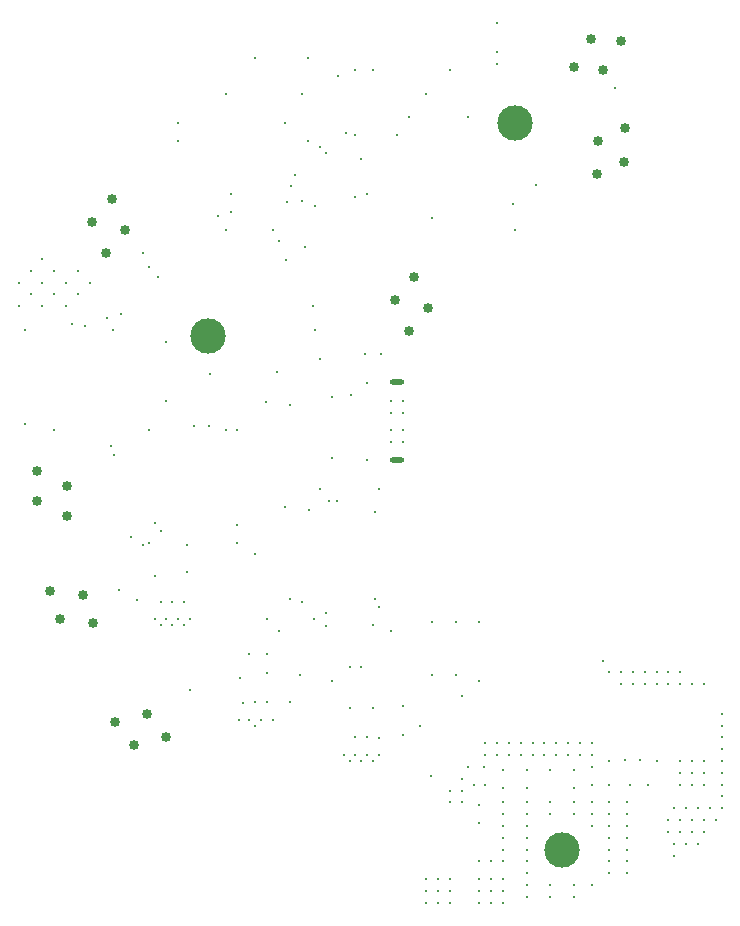
<source format=gbr>
%TF.GenerationSoftware,Altium Limited,Altium Designer,22.9.1 (49)*%
G04 Layer_Color=0*
%FSLAX45Y45*%
%MOMM*%
%TF.SameCoordinates,A07B7C20-9008-4073-B72B-9E11D2315A39*%
%TF.FilePolarity,Positive*%
%TF.FileFunction,Plated,1,4,PTH,Drill*%
%TF.Part,Single*%
G01*
G75*
%TA.AperFunction,ComponentDrill*%
%ADD98O,1.20000X0.50000*%
%ADD99C,0.85000*%
%ADD100C,0.85000*%
%ADD101C,0.85000*%
%ADD102C,0.85000*%
%ADD103C,0.85000*%
%ADD104C,0.85000*%
%ADD105C,3.00000*%
%TA.AperFunction,ViaDrill,NotFilled*%
%ADD106C,0.20000*%
D98*
X13000000Y10750000D02*
D03*
Y11410000D02*
D03*
D99*
X13150000Y12300000D02*
D03*
X13262941Y12039444D02*
D03*
X12986732Y12105425D02*
D03*
X13099673Y11844869D02*
D03*
X10536732Y12505425D02*
D03*
X10423790Y12765980D02*
D03*
X10700000Y12700000D02*
D03*
X10587059Y12960555D02*
D03*
D100*
X10610523Y8528595D02*
D03*
X10886732Y8594575D02*
D03*
X10773791Y8334020D02*
D03*
X11050000Y8400000D02*
D03*
D101*
X14496967Y14072137D02*
D03*
X14645621Y14314102D02*
D03*
X14750000Y14050000D02*
D03*
X14898654Y14291965D02*
D03*
D102*
X10063127Y9638682D02*
D03*
X10345246Y9606214D02*
D03*
X10150000Y9400000D02*
D03*
X10432119Y9367532D02*
D03*
D103*
X14930202Y13557346D02*
D03*
X14922446Y13273471D02*
D03*
X14700000Y13450000D02*
D03*
X14692244Y13166125D02*
D03*
D104*
X9950000Y10654000D02*
D03*
X10204000Y10527000D02*
D03*
X9950000Y10400000D02*
D03*
X10204000Y10273000D02*
D03*
D105*
X11400000Y11800000D02*
D03*
X14000000Y13600000D02*
D03*
X14400000Y7450000D02*
D03*
D106*
X12250000Y14150000D02*
D03*
X11800000D02*
D03*
X14000000Y12700000D02*
D03*
X12730000Y11650000D02*
D03*
X12347500Y11600000D02*
D03*
X12294800Y12050000D02*
D03*
X12305200Y11850000D02*
D03*
X11250000Y8800000D02*
D03*
X10800000Y9560000D02*
D03*
X10650000Y9650000D02*
D03*
X12750000Y10750000D02*
D03*
Y11400000D02*
D03*
X12570000Y13520000D02*
D03*
X12455200Y10763410D02*
D03*
Y11285156D02*
D03*
X12494800Y10400000D02*
D03*
X12429800D02*
D03*
X12615600Y11300000D02*
D03*
X12642300Y12973900D02*
D03*
X12069800Y12930409D02*
D03*
X12305200Y12900000D02*
D03*
X12194800Y12944800D02*
D03*
X12225104Y12550000D02*
D03*
X12094800Y11213239D02*
D03*
X12058409Y12441590D02*
D03*
X12870000Y11650000D02*
D03*
X15200000Y8200000D02*
D03*
X13200000Y8500000D02*
D03*
X12450000Y8875000D02*
D03*
X10950000Y10215000D02*
D03*
X12100000Y9572500D02*
D03*
X12200000Y9550000D02*
D03*
X11800000Y9950000D02*
D03*
X12850000Y9500000D02*
D03*
X12817500Y9574265D02*
D03*
X11000000Y10150000D02*
D03*
X10577115Y10863481D02*
D03*
X10905984Y12384049D02*
D03*
X11418306Y11480341D02*
D03*
X12850000Y8395000D02*
D03*
Y8250000D02*
D03*
X12800000Y8200000D02*
D03*
X12750000Y8250000D02*
D03*
X12700000Y8200000D02*
D03*
X12650000Y8250000D02*
D03*
X12600000Y8200000D02*
D03*
X12550000Y8250000D02*
D03*
X12800000Y8650000D02*
D03*
X12600000D02*
D03*
X11750000Y9102500D02*
D03*
X11900000D02*
D03*
X11900000Y9400000D02*
D03*
X12000000Y9300000D02*
D03*
X12178410Y8931590D02*
D03*
X12800000Y9350000D02*
D03*
X12300000Y9400000D02*
D03*
X12400000Y9452500D02*
D03*
X12400000Y9345000D02*
D03*
X13050000Y8670000D02*
D03*
X11671172Y8905000D02*
D03*
X11222500Y10027500D02*
D03*
X10750000Y10100000D02*
D03*
X11900000Y8947500D02*
D03*
X11800000Y8697500D02*
D03*
X11200000Y9550000D02*
D03*
X11000000D02*
D03*
X12097130Y8697130D02*
D03*
X11700000Y8695000D02*
D03*
X12650000Y8400000D02*
D03*
X12750000D02*
D03*
X13050000Y8420000D02*
D03*
X13900000Y7000000D02*
D03*
X13800000D02*
D03*
X13700000D02*
D03*
Y7100000D02*
D03*
X13800000D02*
D03*
X13900000D02*
D03*
Y7200000D02*
D03*
X13800000D02*
D03*
X13700000D02*
D03*
X14950000Y7750000D02*
D03*
Y7850000D02*
D03*
Y7650000D02*
D03*
Y7550000D02*
D03*
Y7450000D02*
D03*
Y7350000D02*
D03*
Y7250000D02*
D03*
X14800000Y7650000D02*
D03*
Y7750000D02*
D03*
X14650000Y7150000D02*
D03*
X14800000Y7250000D02*
D03*
Y7350000D02*
D03*
Y7450000D02*
D03*
Y7550000D02*
D03*
X14650000Y7650000D02*
D03*
Y7750000D02*
D03*
X14500000Y7050000D02*
D03*
Y7150000D02*
D03*
X14300000D02*
D03*
Y7050000D02*
D03*
X14100000D02*
D03*
Y7150000D02*
D03*
Y7250000D02*
D03*
Y7350000D02*
D03*
Y7450000D02*
D03*
Y7550000D02*
D03*
Y7650000D02*
D03*
X13700000Y7350000D02*
D03*
X13800000D02*
D03*
X13900000D02*
D03*
Y7450000D02*
D03*
Y7550000D02*
D03*
Y7650000D02*
D03*
Y7750000D02*
D03*
X14499998Y7975000D02*
D03*
X14100000Y7750000D02*
D03*
X14500000D02*
D03*
X14300000D02*
D03*
X14800000Y8000000D02*
D03*
X14650000Y7850000D02*
D03*
Y8000000D02*
D03*
X15063499Y8204700D02*
D03*
X14936501D02*
D03*
X14975000Y8000000D02*
D03*
X14800000Y7850000D02*
D03*
X14099998Y7975000D02*
D03*
X14500000Y7850000D02*
D03*
X14300000D02*
D03*
X14100000D02*
D03*
X13900000D02*
D03*
X13750000Y8000000D02*
D03*
X13650000D02*
D03*
X13700000Y7825000D02*
D03*
X13550000Y7850000D02*
D03*
X13450000D02*
D03*
X13550000Y7950000D02*
D03*
Y8050000D02*
D03*
X13600000Y8150000D02*
D03*
X13450000Y7950000D02*
D03*
X15125000Y8000000D02*
D03*
X14650000Y8150000D02*
D03*
X14450000Y8250000D02*
D03*
X13900000Y7975000D02*
D03*
Y8125000D02*
D03*
X13739999Y8150000D02*
D03*
X13750000Y8350000D02*
D03*
X13300000Y8925000D02*
D03*
X13300000Y12800000D02*
D03*
X12602500Y9000000D02*
D03*
X11989599Y11489599D02*
D03*
X12700000Y13300000D02*
D03*
X12646101Y13503899D02*
D03*
X13600000Y13650000D02*
D03*
X13100000D02*
D03*
X13000000Y13500000D02*
D03*
X12750000Y13000000D02*
D03*
X11889599Y11239599D02*
D03*
X11550000Y11000000D02*
D03*
X11650000D02*
D03*
X11222500Y9800000D02*
D03*
X12253750Y10324640D02*
D03*
X12850000Y10500000D02*
D03*
X12817500Y10312500D02*
D03*
X10950000Y9762500D02*
D03*
X11150000Y13450000D02*
D03*
X13500000Y8925000D02*
D03*
X11050000Y11250000D02*
D03*
Y11750000D02*
D03*
X14300000Y8125000D02*
D03*
X13700000Y9375000D02*
D03*
X13292500Y8075000D02*
D03*
X13700000Y8880000D02*
D03*
X10000000Y12450000D02*
D03*
X10400000Y12250000D02*
D03*
X10300000Y12350000D02*
D03*
X9900000D02*
D03*
X10100000D02*
D03*
X9800000Y12250000D02*
D03*
X10000000D02*
D03*
X10200000D02*
D03*
X10300000Y12150000D02*
D03*
X10100000D02*
D03*
X9900000D02*
D03*
X10200000Y12050000D02*
D03*
X10000000D02*
D03*
X9800000D02*
D03*
X15400000Y8950000D02*
D03*
X15300000D02*
D03*
X15200000D02*
D03*
X15100000D02*
D03*
X15000000Y8950000D02*
D03*
X14900000Y8950000D02*
D03*
X14800000Y8950000D02*
D03*
X14900000Y8850000D02*
D03*
X15000000D02*
D03*
X15100000D02*
D03*
X15200000D02*
D03*
X15300000D02*
D03*
X15400000D02*
D03*
X15500000D02*
D03*
X15600000D02*
D03*
X15750000Y8600000D02*
D03*
X15750000Y8500000D02*
D03*
Y8400000D02*
D03*
Y8300000D02*
D03*
Y8200000D02*
D03*
Y8100000D02*
D03*
Y8000000D02*
D03*
Y7900000D02*
D03*
X15750000Y7800000D02*
D03*
X15650000Y7800000D02*
D03*
X15550000D02*
D03*
X15450000D02*
D03*
X15600000Y7700000D02*
D03*
X15500000D02*
D03*
X15400000D02*
D03*
X15350000Y7800000D02*
D03*
X15300000Y7700000D02*
D03*
X14350000Y8350000D02*
D03*
X14250000D02*
D03*
X13850000Y8250000D02*
D03*
X13950000D02*
D03*
X13850000Y8350000D02*
D03*
X15700000Y7700000D02*
D03*
X15600000Y7600000D02*
D03*
X15500000D02*
D03*
X15400000D02*
D03*
X15300000D02*
D03*
X14550000Y8350000D02*
D03*
X14050000Y8250000D02*
D03*
X13750000D02*
D03*
X14500000Y8125000D02*
D03*
X15550000Y7500000D02*
D03*
X15450000D02*
D03*
X15350000D02*
D03*
X14550000Y8250000D02*
D03*
X14450000Y8350000D02*
D03*
X14250000Y8250000D02*
D03*
X14050000Y8350000D02*
D03*
X15350000Y7400000D02*
D03*
X14650000Y8350000D02*
D03*
Y8250000D02*
D03*
X14350000D02*
D03*
X14150000Y8350000D02*
D03*
Y8250000D02*
D03*
X13950000Y8350000D02*
D03*
X13700002Y7675000D02*
D03*
X12105582Y13064809D02*
D03*
X12140000Y13160001D02*
D03*
X10900000Y10050000D02*
D03*
X12700000Y9000000D02*
D03*
X14800000Y8200000D02*
D03*
X12500000Y14000000D02*
D03*
X12350000Y10500000D02*
D03*
X14100000Y8125000D02*
D03*
X14750000Y9050000D02*
D03*
X13500000Y9375000D02*
D03*
X13300000D02*
D03*
X13550000Y8750000D02*
D03*
X10608082Y10791917D02*
D03*
X10100000Y11000000D02*
D03*
X11650000Y10050000D02*
D03*
X11950000Y8550000D02*
D03*
X11850000D02*
D03*
X11800000Y8500000D02*
D03*
X11750000Y8550000D02*
D03*
X11660000Y8549811D02*
D03*
X11250000Y9400000D02*
D03*
X11200000Y9350000D02*
D03*
X11150000Y9400000D02*
D03*
X11100000Y9350000D02*
D03*
X11050000Y9400000D02*
D03*
X11000000Y9350000D02*
D03*
X10950000Y9400000D02*
D03*
X11100000Y9550000D02*
D03*
X12000000Y12600000D02*
D03*
X11950000Y12700000D02*
D03*
X11595096Y12849490D02*
D03*
X11600000Y13000000D02*
D03*
X12400000Y13350000D02*
D03*
X12350000Y13400000D02*
D03*
X12250000Y13450000D02*
D03*
X12050000Y13600000D02*
D03*
X11550000Y13850000D02*
D03*
X12200000D02*
D03*
X12650000Y14050000D02*
D03*
X12800000D02*
D03*
X13450000D02*
D03*
X13250000Y13850000D02*
D03*
X13980000Y12920000D02*
D03*
X14180000Y13080000D02*
D03*
X14850000Y13900000D02*
D03*
X13850000Y14200000D02*
D03*
Y14450000D02*
D03*
Y14100000D02*
D03*
X11150000Y13600000D02*
D03*
X11550000Y12700000D02*
D03*
X10664032Y11985968D02*
D03*
X10976615Y12300000D02*
D03*
X11488308Y12811691D02*
D03*
X10550000Y11950000D02*
D03*
X10850000Y12500000D02*
D03*
X10250000Y11900000D02*
D03*
X10363500Y11886500D02*
D03*
X10600000Y11850000D02*
D03*
X9850000D02*
D03*
X10900000Y11000000D02*
D03*
X11286500Y11036500D02*
D03*
X11413500Y11036500D02*
D03*
X12050000Y10350000D02*
D03*
X13050000Y11000000D02*
D03*
Y10900000D02*
D03*
X12950000D02*
D03*
X13050000Y11150000D02*
D03*
Y11250000D02*
D03*
X12950000Y11150000D02*
D03*
Y11000000D02*
D03*
Y11250000D02*
D03*
X11650000Y10200000D02*
D03*
X13350000Y7100000D02*
D03*
X12950000Y9300000D02*
D03*
X11900000Y8700000D02*
D03*
X10850000Y10025000D02*
D03*
X13450000Y7000000D02*
D03*
X13350000D02*
D03*
X13450000Y7100000D02*
D03*
X13250000Y7000000D02*
D03*
Y7100000D02*
D03*
X13450000Y7200000D02*
D03*
X13350000D02*
D03*
X13250000D02*
D03*
X15400000Y8200000D02*
D03*
Y8100000D02*
D03*
X15500000Y8200000D02*
D03*
Y8100000D02*
D03*
X15600000Y8200000D02*
D03*
Y8100000D02*
D03*
X15600000Y8000000D02*
D03*
X15500000D02*
D03*
X15400000D02*
D03*
X9850000Y11050000D02*
D03*
%TF.MD5,eff941da20f6ce16f5e449ee07cb9af2*%
M02*

</source>
